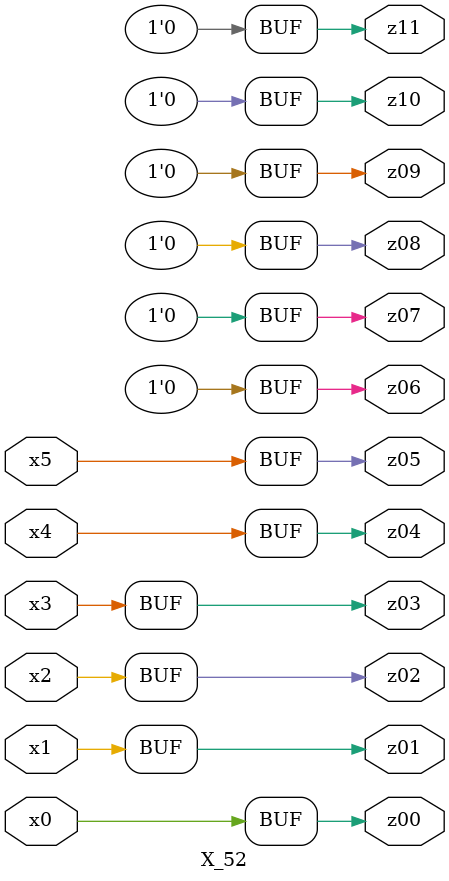
<source format=v>

module X_52 ( 
    x0, x1, x2, x3, x4, x5,
    z00, z01, z02, z03, z04, z05, z06, z07, z08, z09, z10, z11  );
  input  x0, x1, x2, x3, x4, x5;
  output z00, z01, z02, z03, z04, z05, z06, z07, z08, z09, z10, z11;
  assign z00 = x0;
  assign z01 = x1;
  assign z02 = x2;
  assign z03 = x3;
  assign z04 = x4;
  assign z05 = x5;
  assign z06 = 1'b0;
  assign z07 = 1'b0;
  assign z08 = 1'b0;
  assign z09 = 1'b0;
  assign z10 = 1'b0;
  assign z11 = 1'b0;
endmodule



</source>
